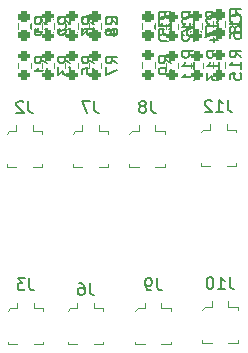
<source format=gbr>
%TF.GenerationSoftware,KiCad,Pcbnew,8.0.4-8.0.4-0~ubuntu22.04.1*%
%TF.CreationDate,2024-08-22T22:04:31-07:00*%
%TF.ProjectId,siglent-la,7369676c-656e-4742-9d6c-612e6b696361,rev?*%
%TF.SameCoordinates,Original*%
%TF.FileFunction,Legend,Bot*%
%TF.FilePolarity,Positive*%
%FSLAX46Y46*%
G04 Gerber Fmt 4.6, Leading zero omitted, Abs format (unit mm)*
G04 Created by KiCad (PCBNEW 8.0.4-8.0.4-0~ubuntu22.04.1) date 2024-08-22 22:04:31*
%MOMM*%
%LPD*%
G01*
G04 APERTURE LIST*
G04 Aperture macros list*
%AMRoundRect*
0 Rectangle with rounded corners*
0 $1 Rounding radius*
0 $2 $3 $4 $5 $6 $7 $8 $9 X,Y pos of 4 corners*
0 Add a 4 corners polygon primitive as box body*
4,1,4,$2,$3,$4,$5,$6,$7,$8,$9,$2,$3,0*
0 Add four circle primitives for the rounded corners*
1,1,$1+$1,$2,$3*
1,1,$1+$1,$4,$5*
1,1,$1+$1,$6,$7*
1,1,$1+$1,$8,$9*
0 Add four rect primitives between the rounded corners*
20,1,$1+$1,$2,$3,$4,$5,0*
20,1,$1+$1,$4,$5,$6,$7,0*
20,1,$1+$1,$6,$7,$8,$9,0*
20,1,$1+$1,$8,$9,$2,$3,0*%
G04 Aperture macros list end*
%ADD10C,0.150000*%
%ADD11C,0.120000*%
%ADD12R,1.000000X1.000000*%
%ADD13R,1.050000X2.200000*%
%ADD14R,0.700000X4.300000*%
%ADD15R,0.700000X3.200000*%
%ADD16RoundRect,0.200000X0.275000X-0.200000X0.275000X0.200000X-0.275000X0.200000X-0.275000X-0.200000X0*%
%ADD17RoundRect,0.225000X0.250000X-0.225000X0.250000X0.225000X-0.250000X0.225000X-0.250000X-0.225000X0*%
G04 APERTURE END LIST*
D10*
X119734523Y-81754819D02*
X119734523Y-82469104D01*
X119734523Y-82469104D02*
X119782142Y-82611961D01*
X119782142Y-82611961D02*
X119877380Y-82707200D01*
X119877380Y-82707200D02*
X120020237Y-82754819D01*
X120020237Y-82754819D02*
X120115475Y-82754819D01*
X118734523Y-82754819D02*
X119305951Y-82754819D01*
X119020237Y-82754819D02*
X119020237Y-81754819D01*
X119020237Y-81754819D02*
X119115475Y-81897676D01*
X119115475Y-81897676D02*
X119210713Y-81992914D01*
X119210713Y-81992914D02*
X119305951Y-82040533D01*
X118353570Y-81850057D02*
X118305951Y-81802438D01*
X118305951Y-81802438D02*
X118210713Y-81754819D01*
X118210713Y-81754819D02*
X117972618Y-81754819D01*
X117972618Y-81754819D02*
X117877380Y-81802438D01*
X117877380Y-81802438D02*
X117829761Y-81850057D01*
X117829761Y-81850057D02*
X117782142Y-81945295D01*
X117782142Y-81945295D02*
X117782142Y-82040533D01*
X117782142Y-82040533D02*
X117829761Y-82183390D01*
X117829761Y-82183390D02*
X118401189Y-82754819D01*
X118401189Y-82754819D02*
X117782142Y-82754819D01*
X119884523Y-96754819D02*
X119884523Y-97469104D01*
X119884523Y-97469104D02*
X119932142Y-97611961D01*
X119932142Y-97611961D02*
X120027380Y-97707200D01*
X120027380Y-97707200D02*
X120170237Y-97754819D01*
X120170237Y-97754819D02*
X120265475Y-97754819D01*
X118884523Y-97754819D02*
X119455951Y-97754819D01*
X119170237Y-97754819D02*
X119170237Y-96754819D01*
X119170237Y-96754819D02*
X119265475Y-96897676D01*
X119265475Y-96897676D02*
X119360713Y-96992914D01*
X119360713Y-96992914D02*
X119455951Y-97040533D01*
X118265475Y-96754819D02*
X118170237Y-96754819D01*
X118170237Y-96754819D02*
X118074999Y-96802438D01*
X118074999Y-96802438D02*
X118027380Y-96850057D01*
X118027380Y-96850057D02*
X117979761Y-96945295D01*
X117979761Y-96945295D02*
X117932142Y-97135771D01*
X117932142Y-97135771D02*
X117932142Y-97373866D01*
X117932142Y-97373866D02*
X117979761Y-97564342D01*
X117979761Y-97564342D02*
X118027380Y-97659580D01*
X118027380Y-97659580D02*
X118074999Y-97707200D01*
X118074999Y-97707200D02*
X118170237Y-97754819D01*
X118170237Y-97754819D02*
X118265475Y-97754819D01*
X118265475Y-97754819D02*
X118360713Y-97707200D01*
X118360713Y-97707200D02*
X118408332Y-97659580D01*
X118408332Y-97659580D02*
X118455951Y-97564342D01*
X118455951Y-97564342D02*
X118503570Y-97373866D01*
X118503570Y-97373866D02*
X118503570Y-97135771D01*
X118503570Y-97135771D02*
X118455951Y-96945295D01*
X118455951Y-96945295D02*
X118408332Y-96850057D01*
X118408332Y-96850057D02*
X118360713Y-96802438D01*
X118360713Y-96802438D02*
X118265475Y-96754819D01*
X113733333Y-96854819D02*
X113733333Y-97569104D01*
X113733333Y-97569104D02*
X113780952Y-97711961D01*
X113780952Y-97711961D02*
X113876190Y-97807200D01*
X113876190Y-97807200D02*
X114019047Y-97854819D01*
X114019047Y-97854819D02*
X114114285Y-97854819D01*
X113209523Y-97854819D02*
X113019047Y-97854819D01*
X113019047Y-97854819D02*
X112923809Y-97807200D01*
X112923809Y-97807200D02*
X112876190Y-97759580D01*
X112876190Y-97759580D02*
X112780952Y-97616723D01*
X112780952Y-97616723D02*
X112733333Y-97426247D01*
X112733333Y-97426247D02*
X112733333Y-97045295D01*
X112733333Y-97045295D02*
X112780952Y-96950057D01*
X112780952Y-96950057D02*
X112828571Y-96902438D01*
X112828571Y-96902438D02*
X112923809Y-96854819D01*
X112923809Y-96854819D02*
X113114285Y-96854819D01*
X113114285Y-96854819D02*
X113209523Y-96902438D01*
X113209523Y-96902438D02*
X113257142Y-96950057D01*
X113257142Y-96950057D02*
X113304761Y-97045295D01*
X113304761Y-97045295D02*
X113304761Y-97283390D01*
X113304761Y-97283390D02*
X113257142Y-97378628D01*
X113257142Y-97378628D02*
X113209523Y-97426247D01*
X113209523Y-97426247D02*
X113114285Y-97473866D01*
X113114285Y-97473866D02*
X112923809Y-97473866D01*
X112923809Y-97473866D02*
X112828571Y-97426247D01*
X112828571Y-97426247D02*
X112780952Y-97378628D01*
X112780952Y-97378628D02*
X112733333Y-97283390D01*
X113233333Y-81854819D02*
X113233333Y-82569104D01*
X113233333Y-82569104D02*
X113280952Y-82711961D01*
X113280952Y-82711961D02*
X113376190Y-82807200D01*
X113376190Y-82807200D02*
X113519047Y-82854819D01*
X113519047Y-82854819D02*
X113614285Y-82854819D01*
X112614285Y-82283390D02*
X112709523Y-82235771D01*
X112709523Y-82235771D02*
X112757142Y-82188152D01*
X112757142Y-82188152D02*
X112804761Y-82092914D01*
X112804761Y-82092914D02*
X112804761Y-82045295D01*
X112804761Y-82045295D02*
X112757142Y-81950057D01*
X112757142Y-81950057D02*
X112709523Y-81902438D01*
X112709523Y-81902438D02*
X112614285Y-81854819D01*
X112614285Y-81854819D02*
X112423809Y-81854819D01*
X112423809Y-81854819D02*
X112328571Y-81902438D01*
X112328571Y-81902438D02*
X112280952Y-81950057D01*
X112280952Y-81950057D02*
X112233333Y-82045295D01*
X112233333Y-82045295D02*
X112233333Y-82092914D01*
X112233333Y-82092914D02*
X112280952Y-82188152D01*
X112280952Y-82188152D02*
X112328571Y-82235771D01*
X112328571Y-82235771D02*
X112423809Y-82283390D01*
X112423809Y-82283390D02*
X112614285Y-82283390D01*
X112614285Y-82283390D02*
X112709523Y-82331009D01*
X112709523Y-82331009D02*
X112757142Y-82378628D01*
X112757142Y-82378628D02*
X112804761Y-82473866D01*
X112804761Y-82473866D02*
X112804761Y-82664342D01*
X112804761Y-82664342D02*
X112757142Y-82759580D01*
X112757142Y-82759580D02*
X112709523Y-82807200D01*
X112709523Y-82807200D02*
X112614285Y-82854819D01*
X112614285Y-82854819D02*
X112423809Y-82854819D01*
X112423809Y-82854819D02*
X112328571Y-82807200D01*
X112328571Y-82807200D02*
X112280952Y-82759580D01*
X112280952Y-82759580D02*
X112233333Y-82664342D01*
X112233333Y-82664342D02*
X112233333Y-82473866D01*
X112233333Y-82473866D02*
X112280952Y-82378628D01*
X112280952Y-82378628D02*
X112328571Y-82331009D01*
X112328571Y-82331009D02*
X112423809Y-82283390D01*
X108433333Y-81854819D02*
X108433333Y-82569104D01*
X108433333Y-82569104D02*
X108480952Y-82711961D01*
X108480952Y-82711961D02*
X108576190Y-82807200D01*
X108576190Y-82807200D02*
X108719047Y-82854819D01*
X108719047Y-82854819D02*
X108814285Y-82854819D01*
X108052380Y-81854819D02*
X107385714Y-81854819D01*
X107385714Y-81854819D02*
X107814285Y-82854819D01*
X108033333Y-97254819D02*
X108033333Y-97969104D01*
X108033333Y-97969104D02*
X108080952Y-98111961D01*
X108080952Y-98111961D02*
X108176190Y-98207200D01*
X108176190Y-98207200D02*
X108319047Y-98254819D01*
X108319047Y-98254819D02*
X108414285Y-98254819D01*
X107128571Y-97254819D02*
X107319047Y-97254819D01*
X107319047Y-97254819D02*
X107414285Y-97302438D01*
X107414285Y-97302438D02*
X107461904Y-97350057D01*
X107461904Y-97350057D02*
X107557142Y-97492914D01*
X107557142Y-97492914D02*
X107604761Y-97683390D01*
X107604761Y-97683390D02*
X107604761Y-98064342D01*
X107604761Y-98064342D02*
X107557142Y-98159580D01*
X107557142Y-98159580D02*
X107509523Y-98207200D01*
X107509523Y-98207200D02*
X107414285Y-98254819D01*
X107414285Y-98254819D02*
X107223809Y-98254819D01*
X107223809Y-98254819D02*
X107128571Y-98207200D01*
X107128571Y-98207200D02*
X107080952Y-98159580D01*
X107080952Y-98159580D02*
X107033333Y-98064342D01*
X107033333Y-98064342D02*
X107033333Y-97826247D01*
X107033333Y-97826247D02*
X107080952Y-97731009D01*
X107080952Y-97731009D02*
X107128571Y-97683390D01*
X107128571Y-97683390D02*
X107223809Y-97635771D01*
X107223809Y-97635771D02*
X107414285Y-97635771D01*
X107414285Y-97635771D02*
X107509523Y-97683390D01*
X107509523Y-97683390D02*
X107557142Y-97731009D01*
X107557142Y-97731009D02*
X107604761Y-97826247D01*
X102933333Y-96854819D02*
X102933333Y-97569104D01*
X102933333Y-97569104D02*
X102980952Y-97711961D01*
X102980952Y-97711961D02*
X103076190Y-97807200D01*
X103076190Y-97807200D02*
X103219047Y-97854819D01*
X103219047Y-97854819D02*
X103314285Y-97854819D01*
X102552380Y-96854819D02*
X101933333Y-96854819D01*
X101933333Y-96854819D02*
X102266666Y-97235771D01*
X102266666Y-97235771D02*
X102123809Y-97235771D01*
X102123809Y-97235771D02*
X102028571Y-97283390D01*
X102028571Y-97283390D02*
X101980952Y-97331009D01*
X101980952Y-97331009D02*
X101933333Y-97426247D01*
X101933333Y-97426247D02*
X101933333Y-97664342D01*
X101933333Y-97664342D02*
X101980952Y-97759580D01*
X101980952Y-97759580D02*
X102028571Y-97807200D01*
X102028571Y-97807200D02*
X102123809Y-97854819D01*
X102123809Y-97854819D02*
X102409523Y-97854819D01*
X102409523Y-97854819D02*
X102504761Y-97807200D01*
X102504761Y-97807200D02*
X102552380Y-97759580D01*
X102833333Y-81854819D02*
X102833333Y-82569104D01*
X102833333Y-82569104D02*
X102880952Y-82711961D01*
X102880952Y-82711961D02*
X102976190Y-82807200D01*
X102976190Y-82807200D02*
X103119047Y-82854819D01*
X103119047Y-82854819D02*
X103214285Y-82854819D01*
X102404761Y-81950057D02*
X102357142Y-81902438D01*
X102357142Y-81902438D02*
X102261904Y-81854819D01*
X102261904Y-81854819D02*
X102023809Y-81854819D01*
X102023809Y-81854819D02*
X101928571Y-81902438D01*
X101928571Y-81902438D02*
X101880952Y-81950057D01*
X101880952Y-81950057D02*
X101833333Y-82045295D01*
X101833333Y-82045295D02*
X101833333Y-82140533D01*
X101833333Y-82140533D02*
X101880952Y-82283390D01*
X101880952Y-82283390D02*
X102452380Y-82854819D01*
X102452380Y-82854819D02*
X101833333Y-82854819D01*
X120884819Y-74657142D02*
X120408628Y-74323809D01*
X120884819Y-74085714D02*
X119884819Y-74085714D01*
X119884819Y-74085714D02*
X119884819Y-74466666D01*
X119884819Y-74466666D02*
X119932438Y-74561904D01*
X119932438Y-74561904D02*
X119980057Y-74609523D01*
X119980057Y-74609523D02*
X120075295Y-74657142D01*
X120075295Y-74657142D02*
X120218152Y-74657142D01*
X120218152Y-74657142D02*
X120313390Y-74609523D01*
X120313390Y-74609523D02*
X120361009Y-74561904D01*
X120361009Y-74561904D02*
X120408628Y-74466666D01*
X120408628Y-74466666D02*
X120408628Y-74085714D01*
X120884819Y-75609523D02*
X120884819Y-75038095D01*
X120884819Y-75323809D02*
X119884819Y-75323809D01*
X119884819Y-75323809D02*
X120027676Y-75228571D01*
X120027676Y-75228571D02*
X120122914Y-75133333D01*
X120122914Y-75133333D02*
X120170533Y-75038095D01*
X119884819Y-76466666D02*
X119884819Y-76276190D01*
X119884819Y-76276190D02*
X119932438Y-76180952D01*
X119932438Y-76180952D02*
X119980057Y-76133333D01*
X119980057Y-76133333D02*
X120122914Y-76038095D01*
X120122914Y-76038095D02*
X120313390Y-75990476D01*
X120313390Y-75990476D02*
X120694342Y-75990476D01*
X120694342Y-75990476D02*
X120789580Y-76038095D01*
X120789580Y-76038095D02*
X120837200Y-76085714D01*
X120837200Y-76085714D02*
X120884819Y-76180952D01*
X120884819Y-76180952D02*
X120884819Y-76371428D01*
X120884819Y-76371428D02*
X120837200Y-76466666D01*
X120837200Y-76466666D02*
X120789580Y-76514285D01*
X120789580Y-76514285D02*
X120694342Y-76561904D01*
X120694342Y-76561904D02*
X120456247Y-76561904D01*
X120456247Y-76561904D02*
X120361009Y-76514285D01*
X120361009Y-76514285D02*
X120313390Y-76466666D01*
X120313390Y-76466666D02*
X120265771Y-76371428D01*
X120265771Y-76371428D02*
X120265771Y-76180952D01*
X120265771Y-76180952D02*
X120313390Y-76085714D01*
X120313390Y-76085714D02*
X120361009Y-76038095D01*
X120361009Y-76038095D02*
X120456247Y-75990476D01*
X114884819Y-74857142D02*
X114408628Y-74523809D01*
X114884819Y-74285714D02*
X113884819Y-74285714D01*
X113884819Y-74285714D02*
X113884819Y-74666666D01*
X113884819Y-74666666D02*
X113932438Y-74761904D01*
X113932438Y-74761904D02*
X113980057Y-74809523D01*
X113980057Y-74809523D02*
X114075295Y-74857142D01*
X114075295Y-74857142D02*
X114218152Y-74857142D01*
X114218152Y-74857142D02*
X114313390Y-74809523D01*
X114313390Y-74809523D02*
X114361009Y-74761904D01*
X114361009Y-74761904D02*
X114408628Y-74666666D01*
X114408628Y-74666666D02*
X114408628Y-74285714D01*
X114884819Y-75809523D02*
X114884819Y-75238095D01*
X114884819Y-75523809D02*
X113884819Y-75523809D01*
X113884819Y-75523809D02*
X114027676Y-75428571D01*
X114027676Y-75428571D02*
X114122914Y-75333333D01*
X114122914Y-75333333D02*
X114170533Y-75238095D01*
X113884819Y-76428571D02*
X113884819Y-76523809D01*
X113884819Y-76523809D02*
X113932438Y-76619047D01*
X113932438Y-76619047D02*
X113980057Y-76666666D01*
X113980057Y-76666666D02*
X114075295Y-76714285D01*
X114075295Y-76714285D02*
X114265771Y-76761904D01*
X114265771Y-76761904D02*
X114503866Y-76761904D01*
X114503866Y-76761904D02*
X114694342Y-76714285D01*
X114694342Y-76714285D02*
X114789580Y-76666666D01*
X114789580Y-76666666D02*
X114837200Y-76619047D01*
X114837200Y-76619047D02*
X114884819Y-76523809D01*
X114884819Y-76523809D02*
X114884819Y-76428571D01*
X114884819Y-76428571D02*
X114837200Y-76333333D01*
X114837200Y-76333333D02*
X114789580Y-76285714D01*
X114789580Y-76285714D02*
X114694342Y-76238095D01*
X114694342Y-76238095D02*
X114503866Y-76190476D01*
X114503866Y-76190476D02*
X114265771Y-76190476D01*
X114265771Y-76190476D02*
X114075295Y-76238095D01*
X114075295Y-76238095D02*
X113980057Y-76285714D01*
X113980057Y-76285714D02*
X113932438Y-76333333D01*
X113932438Y-76333333D02*
X113884819Y-76428571D01*
X106289580Y-75333333D02*
X106337200Y-75285714D01*
X106337200Y-75285714D02*
X106384819Y-75142857D01*
X106384819Y-75142857D02*
X106384819Y-75047619D01*
X106384819Y-75047619D02*
X106337200Y-74904762D01*
X106337200Y-74904762D02*
X106241961Y-74809524D01*
X106241961Y-74809524D02*
X106146723Y-74761905D01*
X106146723Y-74761905D02*
X105956247Y-74714286D01*
X105956247Y-74714286D02*
X105813390Y-74714286D01*
X105813390Y-74714286D02*
X105622914Y-74761905D01*
X105622914Y-74761905D02*
X105527676Y-74809524D01*
X105527676Y-74809524D02*
X105432438Y-74904762D01*
X105432438Y-74904762D02*
X105384819Y-75047619D01*
X105384819Y-75047619D02*
X105384819Y-75142857D01*
X105384819Y-75142857D02*
X105432438Y-75285714D01*
X105432438Y-75285714D02*
X105480057Y-75333333D01*
X105480057Y-75714286D02*
X105432438Y-75761905D01*
X105432438Y-75761905D02*
X105384819Y-75857143D01*
X105384819Y-75857143D02*
X105384819Y-76095238D01*
X105384819Y-76095238D02*
X105432438Y-76190476D01*
X105432438Y-76190476D02*
X105480057Y-76238095D01*
X105480057Y-76238095D02*
X105575295Y-76285714D01*
X105575295Y-76285714D02*
X105670533Y-76285714D01*
X105670533Y-76285714D02*
X105813390Y-76238095D01*
X105813390Y-76238095D02*
X106384819Y-75666667D01*
X106384819Y-75666667D02*
X106384819Y-76285714D01*
X120789580Y-75133333D02*
X120837200Y-75085714D01*
X120837200Y-75085714D02*
X120884819Y-74942857D01*
X120884819Y-74942857D02*
X120884819Y-74847619D01*
X120884819Y-74847619D02*
X120837200Y-74704762D01*
X120837200Y-74704762D02*
X120741961Y-74609524D01*
X120741961Y-74609524D02*
X120646723Y-74561905D01*
X120646723Y-74561905D02*
X120456247Y-74514286D01*
X120456247Y-74514286D02*
X120313390Y-74514286D01*
X120313390Y-74514286D02*
X120122914Y-74561905D01*
X120122914Y-74561905D02*
X120027676Y-74609524D01*
X120027676Y-74609524D02*
X119932438Y-74704762D01*
X119932438Y-74704762D02*
X119884819Y-74847619D01*
X119884819Y-74847619D02*
X119884819Y-74942857D01*
X119884819Y-74942857D02*
X119932438Y-75085714D01*
X119932438Y-75085714D02*
X119980057Y-75133333D01*
X120313390Y-75704762D02*
X120265771Y-75609524D01*
X120265771Y-75609524D02*
X120218152Y-75561905D01*
X120218152Y-75561905D02*
X120122914Y-75514286D01*
X120122914Y-75514286D02*
X120075295Y-75514286D01*
X120075295Y-75514286D02*
X119980057Y-75561905D01*
X119980057Y-75561905D02*
X119932438Y-75609524D01*
X119932438Y-75609524D02*
X119884819Y-75704762D01*
X119884819Y-75704762D02*
X119884819Y-75895238D01*
X119884819Y-75895238D02*
X119932438Y-75990476D01*
X119932438Y-75990476D02*
X119980057Y-76038095D01*
X119980057Y-76038095D02*
X120075295Y-76085714D01*
X120075295Y-76085714D02*
X120122914Y-76085714D01*
X120122914Y-76085714D02*
X120218152Y-76038095D01*
X120218152Y-76038095D02*
X120265771Y-75990476D01*
X120265771Y-75990476D02*
X120313390Y-75895238D01*
X120313390Y-75895238D02*
X120313390Y-75704762D01*
X120313390Y-75704762D02*
X120361009Y-75609524D01*
X120361009Y-75609524D02*
X120408628Y-75561905D01*
X120408628Y-75561905D02*
X120503866Y-75514286D01*
X120503866Y-75514286D02*
X120694342Y-75514286D01*
X120694342Y-75514286D02*
X120789580Y-75561905D01*
X120789580Y-75561905D02*
X120837200Y-75609524D01*
X120837200Y-75609524D02*
X120884819Y-75704762D01*
X120884819Y-75704762D02*
X120884819Y-75895238D01*
X120884819Y-75895238D02*
X120837200Y-75990476D01*
X120837200Y-75990476D02*
X120789580Y-76038095D01*
X120789580Y-76038095D02*
X120694342Y-76085714D01*
X120694342Y-76085714D02*
X120503866Y-76085714D01*
X120503866Y-76085714D02*
X120408628Y-76038095D01*
X120408628Y-76038095D02*
X120361009Y-75990476D01*
X120361009Y-75990476D02*
X120313390Y-75895238D01*
X110384819Y-78658333D02*
X109908628Y-78325000D01*
X110384819Y-78086905D02*
X109384819Y-78086905D01*
X109384819Y-78086905D02*
X109384819Y-78467857D01*
X109384819Y-78467857D02*
X109432438Y-78563095D01*
X109432438Y-78563095D02*
X109480057Y-78610714D01*
X109480057Y-78610714D02*
X109575295Y-78658333D01*
X109575295Y-78658333D02*
X109718152Y-78658333D01*
X109718152Y-78658333D02*
X109813390Y-78610714D01*
X109813390Y-78610714D02*
X109861009Y-78563095D01*
X109861009Y-78563095D02*
X109908628Y-78467857D01*
X109908628Y-78467857D02*
X109908628Y-78086905D01*
X109384819Y-78991667D02*
X109384819Y-79658333D01*
X109384819Y-79658333D02*
X110384819Y-79229762D01*
X114789580Y-75333333D02*
X114837200Y-75285714D01*
X114837200Y-75285714D02*
X114884819Y-75142857D01*
X114884819Y-75142857D02*
X114884819Y-75047619D01*
X114884819Y-75047619D02*
X114837200Y-74904762D01*
X114837200Y-74904762D02*
X114741961Y-74809524D01*
X114741961Y-74809524D02*
X114646723Y-74761905D01*
X114646723Y-74761905D02*
X114456247Y-74714286D01*
X114456247Y-74714286D02*
X114313390Y-74714286D01*
X114313390Y-74714286D02*
X114122914Y-74761905D01*
X114122914Y-74761905D02*
X114027676Y-74809524D01*
X114027676Y-74809524D02*
X113932438Y-74904762D01*
X113932438Y-74904762D02*
X113884819Y-75047619D01*
X113884819Y-75047619D02*
X113884819Y-75142857D01*
X113884819Y-75142857D02*
X113932438Y-75285714D01*
X113932438Y-75285714D02*
X113980057Y-75333333D01*
X113884819Y-76238095D02*
X113884819Y-75761905D01*
X113884819Y-75761905D02*
X114361009Y-75714286D01*
X114361009Y-75714286D02*
X114313390Y-75761905D01*
X114313390Y-75761905D02*
X114265771Y-75857143D01*
X114265771Y-75857143D02*
X114265771Y-76095238D01*
X114265771Y-76095238D02*
X114313390Y-76190476D01*
X114313390Y-76190476D02*
X114361009Y-76238095D01*
X114361009Y-76238095D02*
X114456247Y-76285714D01*
X114456247Y-76285714D02*
X114694342Y-76285714D01*
X114694342Y-76285714D02*
X114789580Y-76238095D01*
X114789580Y-76238095D02*
X114837200Y-76190476D01*
X114837200Y-76190476D02*
X114884819Y-76095238D01*
X114884819Y-76095238D02*
X114884819Y-75857143D01*
X114884819Y-75857143D02*
X114837200Y-75761905D01*
X114837200Y-75761905D02*
X114789580Y-75714286D01*
X120884819Y-78132142D02*
X120408628Y-77798809D01*
X120884819Y-77560714D02*
X119884819Y-77560714D01*
X119884819Y-77560714D02*
X119884819Y-77941666D01*
X119884819Y-77941666D02*
X119932438Y-78036904D01*
X119932438Y-78036904D02*
X119980057Y-78084523D01*
X119980057Y-78084523D02*
X120075295Y-78132142D01*
X120075295Y-78132142D02*
X120218152Y-78132142D01*
X120218152Y-78132142D02*
X120313390Y-78084523D01*
X120313390Y-78084523D02*
X120361009Y-78036904D01*
X120361009Y-78036904D02*
X120408628Y-77941666D01*
X120408628Y-77941666D02*
X120408628Y-77560714D01*
X120884819Y-79084523D02*
X120884819Y-78513095D01*
X120884819Y-78798809D02*
X119884819Y-78798809D01*
X119884819Y-78798809D02*
X120027676Y-78703571D01*
X120027676Y-78703571D02*
X120122914Y-78608333D01*
X120122914Y-78608333D02*
X120170533Y-78513095D01*
X119884819Y-79989285D02*
X119884819Y-79513095D01*
X119884819Y-79513095D02*
X120361009Y-79465476D01*
X120361009Y-79465476D02*
X120313390Y-79513095D01*
X120313390Y-79513095D02*
X120265771Y-79608333D01*
X120265771Y-79608333D02*
X120265771Y-79846428D01*
X120265771Y-79846428D02*
X120313390Y-79941666D01*
X120313390Y-79941666D02*
X120361009Y-79989285D01*
X120361009Y-79989285D02*
X120456247Y-80036904D01*
X120456247Y-80036904D02*
X120694342Y-80036904D01*
X120694342Y-80036904D02*
X120789580Y-79989285D01*
X120789580Y-79989285D02*
X120837200Y-79941666D01*
X120837200Y-79941666D02*
X120884819Y-79846428D01*
X120884819Y-79846428D02*
X120884819Y-79608333D01*
X120884819Y-79608333D02*
X120837200Y-79513095D01*
X120837200Y-79513095D02*
X120789580Y-79465476D01*
X108289580Y-75283333D02*
X108337200Y-75235714D01*
X108337200Y-75235714D02*
X108384819Y-75092857D01*
X108384819Y-75092857D02*
X108384819Y-74997619D01*
X108384819Y-74997619D02*
X108337200Y-74854762D01*
X108337200Y-74854762D02*
X108241961Y-74759524D01*
X108241961Y-74759524D02*
X108146723Y-74711905D01*
X108146723Y-74711905D02*
X107956247Y-74664286D01*
X107956247Y-74664286D02*
X107813390Y-74664286D01*
X107813390Y-74664286D02*
X107622914Y-74711905D01*
X107622914Y-74711905D02*
X107527676Y-74759524D01*
X107527676Y-74759524D02*
X107432438Y-74854762D01*
X107432438Y-74854762D02*
X107384819Y-74997619D01*
X107384819Y-74997619D02*
X107384819Y-75092857D01*
X107384819Y-75092857D02*
X107432438Y-75235714D01*
X107432438Y-75235714D02*
X107480057Y-75283333D01*
X107384819Y-75616667D02*
X107384819Y-76235714D01*
X107384819Y-76235714D02*
X107765771Y-75902381D01*
X107765771Y-75902381D02*
X107765771Y-76045238D01*
X107765771Y-76045238D02*
X107813390Y-76140476D01*
X107813390Y-76140476D02*
X107861009Y-76188095D01*
X107861009Y-76188095D02*
X107956247Y-76235714D01*
X107956247Y-76235714D02*
X108194342Y-76235714D01*
X108194342Y-76235714D02*
X108289580Y-76188095D01*
X108289580Y-76188095D02*
X108337200Y-76140476D01*
X108337200Y-76140476D02*
X108384819Y-76045238D01*
X108384819Y-76045238D02*
X108384819Y-75759524D01*
X108384819Y-75759524D02*
X108337200Y-75664286D01*
X108337200Y-75664286D02*
X108289580Y-75616667D01*
X118984819Y-78182142D02*
X118508628Y-77848809D01*
X118984819Y-77610714D02*
X117984819Y-77610714D01*
X117984819Y-77610714D02*
X117984819Y-77991666D01*
X117984819Y-77991666D02*
X118032438Y-78086904D01*
X118032438Y-78086904D02*
X118080057Y-78134523D01*
X118080057Y-78134523D02*
X118175295Y-78182142D01*
X118175295Y-78182142D02*
X118318152Y-78182142D01*
X118318152Y-78182142D02*
X118413390Y-78134523D01*
X118413390Y-78134523D02*
X118461009Y-78086904D01*
X118461009Y-78086904D02*
X118508628Y-77991666D01*
X118508628Y-77991666D02*
X118508628Y-77610714D01*
X118984819Y-79134523D02*
X118984819Y-78563095D01*
X118984819Y-78848809D02*
X117984819Y-78848809D01*
X117984819Y-78848809D02*
X118127676Y-78753571D01*
X118127676Y-78753571D02*
X118222914Y-78658333D01*
X118222914Y-78658333D02*
X118270533Y-78563095D01*
X117984819Y-79467857D02*
X117984819Y-80086904D01*
X117984819Y-80086904D02*
X118365771Y-79753571D01*
X118365771Y-79753571D02*
X118365771Y-79896428D01*
X118365771Y-79896428D02*
X118413390Y-79991666D01*
X118413390Y-79991666D02*
X118461009Y-80039285D01*
X118461009Y-80039285D02*
X118556247Y-80086904D01*
X118556247Y-80086904D02*
X118794342Y-80086904D01*
X118794342Y-80086904D02*
X118889580Y-80039285D01*
X118889580Y-80039285D02*
X118937200Y-79991666D01*
X118937200Y-79991666D02*
X118984819Y-79896428D01*
X118984819Y-79896428D02*
X118984819Y-79610714D01*
X118984819Y-79610714D02*
X118937200Y-79515476D01*
X118937200Y-79515476D02*
X118889580Y-79467857D01*
X116789580Y-75358333D02*
X116837200Y-75310714D01*
X116837200Y-75310714D02*
X116884819Y-75167857D01*
X116884819Y-75167857D02*
X116884819Y-75072619D01*
X116884819Y-75072619D02*
X116837200Y-74929762D01*
X116837200Y-74929762D02*
X116741961Y-74834524D01*
X116741961Y-74834524D02*
X116646723Y-74786905D01*
X116646723Y-74786905D02*
X116456247Y-74739286D01*
X116456247Y-74739286D02*
X116313390Y-74739286D01*
X116313390Y-74739286D02*
X116122914Y-74786905D01*
X116122914Y-74786905D02*
X116027676Y-74834524D01*
X116027676Y-74834524D02*
X115932438Y-74929762D01*
X115932438Y-74929762D02*
X115884819Y-75072619D01*
X115884819Y-75072619D02*
X115884819Y-75167857D01*
X115884819Y-75167857D02*
X115932438Y-75310714D01*
X115932438Y-75310714D02*
X115980057Y-75358333D01*
X115884819Y-76215476D02*
X115884819Y-76025000D01*
X115884819Y-76025000D02*
X115932438Y-75929762D01*
X115932438Y-75929762D02*
X115980057Y-75882143D01*
X115980057Y-75882143D02*
X116122914Y-75786905D01*
X116122914Y-75786905D02*
X116313390Y-75739286D01*
X116313390Y-75739286D02*
X116694342Y-75739286D01*
X116694342Y-75739286D02*
X116789580Y-75786905D01*
X116789580Y-75786905D02*
X116837200Y-75834524D01*
X116837200Y-75834524D02*
X116884819Y-75929762D01*
X116884819Y-75929762D02*
X116884819Y-76120238D01*
X116884819Y-76120238D02*
X116837200Y-76215476D01*
X116837200Y-76215476D02*
X116789580Y-76263095D01*
X116789580Y-76263095D02*
X116694342Y-76310714D01*
X116694342Y-76310714D02*
X116456247Y-76310714D01*
X116456247Y-76310714D02*
X116361009Y-76263095D01*
X116361009Y-76263095D02*
X116313390Y-76215476D01*
X116313390Y-76215476D02*
X116265771Y-76120238D01*
X116265771Y-76120238D02*
X116265771Y-75929762D01*
X116265771Y-75929762D02*
X116313390Y-75834524D01*
X116313390Y-75834524D02*
X116361009Y-75786905D01*
X116361009Y-75786905D02*
X116456247Y-75739286D01*
X110384819Y-75333333D02*
X109908628Y-75000000D01*
X110384819Y-74761905D02*
X109384819Y-74761905D01*
X109384819Y-74761905D02*
X109384819Y-75142857D01*
X109384819Y-75142857D02*
X109432438Y-75238095D01*
X109432438Y-75238095D02*
X109480057Y-75285714D01*
X109480057Y-75285714D02*
X109575295Y-75333333D01*
X109575295Y-75333333D02*
X109718152Y-75333333D01*
X109718152Y-75333333D02*
X109813390Y-75285714D01*
X109813390Y-75285714D02*
X109861009Y-75238095D01*
X109861009Y-75238095D02*
X109908628Y-75142857D01*
X109908628Y-75142857D02*
X109908628Y-74761905D01*
X109813390Y-75904762D02*
X109765771Y-75809524D01*
X109765771Y-75809524D02*
X109718152Y-75761905D01*
X109718152Y-75761905D02*
X109622914Y-75714286D01*
X109622914Y-75714286D02*
X109575295Y-75714286D01*
X109575295Y-75714286D02*
X109480057Y-75761905D01*
X109480057Y-75761905D02*
X109432438Y-75809524D01*
X109432438Y-75809524D02*
X109384819Y-75904762D01*
X109384819Y-75904762D02*
X109384819Y-76095238D01*
X109384819Y-76095238D02*
X109432438Y-76190476D01*
X109432438Y-76190476D02*
X109480057Y-76238095D01*
X109480057Y-76238095D02*
X109575295Y-76285714D01*
X109575295Y-76285714D02*
X109622914Y-76285714D01*
X109622914Y-76285714D02*
X109718152Y-76238095D01*
X109718152Y-76238095D02*
X109765771Y-76190476D01*
X109765771Y-76190476D02*
X109813390Y-76095238D01*
X109813390Y-76095238D02*
X109813390Y-75904762D01*
X109813390Y-75904762D02*
X109861009Y-75809524D01*
X109861009Y-75809524D02*
X109908628Y-75761905D01*
X109908628Y-75761905D02*
X110003866Y-75714286D01*
X110003866Y-75714286D02*
X110194342Y-75714286D01*
X110194342Y-75714286D02*
X110289580Y-75761905D01*
X110289580Y-75761905D02*
X110337200Y-75809524D01*
X110337200Y-75809524D02*
X110384819Y-75904762D01*
X110384819Y-75904762D02*
X110384819Y-76095238D01*
X110384819Y-76095238D02*
X110337200Y-76190476D01*
X110337200Y-76190476D02*
X110289580Y-76238095D01*
X110289580Y-76238095D02*
X110194342Y-76285714D01*
X110194342Y-76285714D02*
X110003866Y-76285714D01*
X110003866Y-76285714D02*
X109908628Y-76238095D01*
X109908628Y-76238095D02*
X109861009Y-76190476D01*
X109861009Y-76190476D02*
X109813390Y-76095238D01*
X104384819Y-78658333D02*
X103908628Y-78325000D01*
X104384819Y-78086905D02*
X103384819Y-78086905D01*
X103384819Y-78086905D02*
X103384819Y-78467857D01*
X103384819Y-78467857D02*
X103432438Y-78563095D01*
X103432438Y-78563095D02*
X103480057Y-78610714D01*
X103480057Y-78610714D02*
X103575295Y-78658333D01*
X103575295Y-78658333D02*
X103718152Y-78658333D01*
X103718152Y-78658333D02*
X103813390Y-78610714D01*
X103813390Y-78610714D02*
X103861009Y-78563095D01*
X103861009Y-78563095D02*
X103908628Y-78467857D01*
X103908628Y-78467857D02*
X103908628Y-78086905D01*
X104384819Y-79610714D02*
X104384819Y-79039286D01*
X104384819Y-79325000D02*
X103384819Y-79325000D01*
X103384819Y-79325000D02*
X103527676Y-79229762D01*
X103527676Y-79229762D02*
X103622914Y-79134524D01*
X103622914Y-79134524D02*
X103670533Y-79039286D01*
X110289580Y-75333333D02*
X110337200Y-75285714D01*
X110337200Y-75285714D02*
X110384819Y-75142857D01*
X110384819Y-75142857D02*
X110384819Y-75047619D01*
X110384819Y-75047619D02*
X110337200Y-74904762D01*
X110337200Y-74904762D02*
X110241961Y-74809524D01*
X110241961Y-74809524D02*
X110146723Y-74761905D01*
X110146723Y-74761905D02*
X109956247Y-74714286D01*
X109956247Y-74714286D02*
X109813390Y-74714286D01*
X109813390Y-74714286D02*
X109622914Y-74761905D01*
X109622914Y-74761905D02*
X109527676Y-74809524D01*
X109527676Y-74809524D02*
X109432438Y-74904762D01*
X109432438Y-74904762D02*
X109384819Y-75047619D01*
X109384819Y-75047619D02*
X109384819Y-75142857D01*
X109384819Y-75142857D02*
X109432438Y-75285714D01*
X109432438Y-75285714D02*
X109480057Y-75333333D01*
X109718152Y-76190476D02*
X110384819Y-76190476D01*
X109337200Y-75952381D02*
X110051485Y-75714286D01*
X110051485Y-75714286D02*
X110051485Y-76333333D01*
X116884819Y-74882142D02*
X116408628Y-74548809D01*
X116884819Y-74310714D02*
X115884819Y-74310714D01*
X115884819Y-74310714D02*
X115884819Y-74691666D01*
X115884819Y-74691666D02*
X115932438Y-74786904D01*
X115932438Y-74786904D02*
X115980057Y-74834523D01*
X115980057Y-74834523D02*
X116075295Y-74882142D01*
X116075295Y-74882142D02*
X116218152Y-74882142D01*
X116218152Y-74882142D02*
X116313390Y-74834523D01*
X116313390Y-74834523D02*
X116361009Y-74786904D01*
X116361009Y-74786904D02*
X116408628Y-74691666D01*
X116408628Y-74691666D02*
X116408628Y-74310714D01*
X116884819Y-75834523D02*
X116884819Y-75263095D01*
X116884819Y-75548809D02*
X115884819Y-75548809D01*
X115884819Y-75548809D02*
X116027676Y-75453571D01*
X116027676Y-75453571D02*
X116122914Y-75358333D01*
X116122914Y-75358333D02*
X116170533Y-75263095D01*
X115980057Y-76215476D02*
X115932438Y-76263095D01*
X115932438Y-76263095D02*
X115884819Y-76358333D01*
X115884819Y-76358333D02*
X115884819Y-76596428D01*
X115884819Y-76596428D02*
X115932438Y-76691666D01*
X115932438Y-76691666D02*
X115980057Y-76739285D01*
X115980057Y-76739285D02*
X116075295Y-76786904D01*
X116075295Y-76786904D02*
X116170533Y-76786904D01*
X116170533Y-76786904D02*
X116313390Y-76739285D01*
X116313390Y-76739285D02*
X116884819Y-76167857D01*
X116884819Y-76167857D02*
X116884819Y-76786904D01*
X108384819Y-75333333D02*
X107908628Y-75000000D01*
X108384819Y-74761905D02*
X107384819Y-74761905D01*
X107384819Y-74761905D02*
X107384819Y-75142857D01*
X107384819Y-75142857D02*
X107432438Y-75238095D01*
X107432438Y-75238095D02*
X107480057Y-75285714D01*
X107480057Y-75285714D02*
X107575295Y-75333333D01*
X107575295Y-75333333D02*
X107718152Y-75333333D01*
X107718152Y-75333333D02*
X107813390Y-75285714D01*
X107813390Y-75285714D02*
X107861009Y-75238095D01*
X107861009Y-75238095D02*
X107908628Y-75142857D01*
X107908628Y-75142857D02*
X107908628Y-74761905D01*
X107384819Y-76190476D02*
X107384819Y-76000000D01*
X107384819Y-76000000D02*
X107432438Y-75904762D01*
X107432438Y-75904762D02*
X107480057Y-75857143D01*
X107480057Y-75857143D02*
X107622914Y-75761905D01*
X107622914Y-75761905D02*
X107813390Y-75714286D01*
X107813390Y-75714286D02*
X108194342Y-75714286D01*
X108194342Y-75714286D02*
X108289580Y-75761905D01*
X108289580Y-75761905D02*
X108337200Y-75809524D01*
X108337200Y-75809524D02*
X108384819Y-75904762D01*
X108384819Y-75904762D02*
X108384819Y-76095238D01*
X108384819Y-76095238D02*
X108337200Y-76190476D01*
X108337200Y-76190476D02*
X108289580Y-76238095D01*
X108289580Y-76238095D02*
X108194342Y-76285714D01*
X108194342Y-76285714D02*
X107956247Y-76285714D01*
X107956247Y-76285714D02*
X107861009Y-76238095D01*
X107861009Y-76238095D02*
X107813390Y-76190476D01*
X107813390Y-76190476D02*
X107765771Y-76095238D01*
X107765771Y-76095238D02*
X107765771Y-75904762D01*
X107765771Y-75904762D02*
X107813390Y-75809524D01*
X107813390Y-75809524D02*
X107861009Y-75761905D01*
X107861009Y-75761905D02*
X107956247Y-75714286D01*
X114884819Y-78633333D02*
X114408628Y-78300000D01*
X114884819Y-78061905D02*
X113884819Y-78061905D01*
X113884819Y-78061905D02*
X113884819Y-78442857D01*
X113884819Y-78442857D02*
X113932438Y-78538095D01*
X113932438Y-78538095D02*
X113980057Y-78585714D01*
X113980057Y-78585714D02*
X114075295Y-78633333D01*
X114075295Y-78633333D02*
X114218152Y-78633333D01*
X114218152Y-78633333D02*
X114313390Y-78585714D01*
X114313390Y-78585714D02*
X114361009Y-78538095D01*
X114361009Y-78538095D02*
X114408628Y-78442857D01*
X114408628Y-78442857D02*
X114408628Y-78061905D01*
X114884819Y-79109524D02*
X114884819Y-79300000D01*
X114884819Y-79300000D02*
X114837200Y-79395238D01*
X114837200Y-79395238D02*
X114789580Y-79442857D01*
X114789580Y-79442857D02*
X114646723Y-79538095D01*
X114646723Y-79538095D02*
X114456247Y-79585714D01*
X114456247Y-79585714D02*
X114075295Y-79585714D01*
X114075295Y-79585714D02*
X113980057Y-79538095D01*
X113980057Y-79538095D02*
X113932438Y-79490476D01*
X113932438Y-79490476D02*
X113884819Y-79395238D01*
X113884819Y-79395238D02*
X113884819Y-79204762D01*
X113884819Y-79204762D02*
X113932438Y-79109524D01*
X113932438Y-79109524D02*
X113980057Y-79061905D01*
X113980057Y-79061905D02*
X114075295Y-79014286D01*
X114075295Y-79014286D02*
X114313390Y-79014286D01*
X114313390Y-79014286D02*
X114408628Y-79061905D01*
X114408628Y-79061905D02*
X114456247Y-79109524D01*
X114456247Y-79109524D02*
X114503866Y-79204762D01*
X114503866Y-79204762D02*
X114503866Y-79395238D01*
X114503866Y-79395238D02*
X114456247Y-79490476D01*
X114456247Y-79490476D02*
X114408628Y-79538095D01*
X114408628Y-79538095D02*
X114313390Y-79585714D01*
X104384819Y-75333333D02*
X103908628Y-75000000D01*
X104384819Y-74761905D02*
X103384819Y-74761905D01*
X103384819Y-74761905D02*
X103384819Y-75142857D01*
X103384819Y-75142857D02*
X103432438Y-75238095D01*
X103432438Y-75238095D02*
X103480057Y-75285714D01*
X103480057Y-75285714D02*
X103575295Y-75333333D01*
X103575295Y-75333333D02*
X103718152Y-75333333D01*
X103718152Y-75333333D02*
X103813390Y-75285714D01*
X103813390Y-75285714D02*
X103861009Y-75238095D01*
X103861009Y-75238095D02*
X103908628Y-75142857D01*
X103908628Y-75142857D02*
X103908628Y-74761905D01*
X103480057Y-75714286D02*
X103432438Y-75761905D01*
X103432438Y-75761905D02*
X103384819Y-75857143D01*
X103384819Y-75857143D02*
X103384819Y-76095238D01*
X103384819Y-76095238D02*
X103432438Y-76190476D01*
X103432438Y-76190476D02*
X103480057Y-76238095D01*
X103480057Y-76238095D02*
X103575295Y-76285714D01*
X103575295Y-76285714D02*
X103670533Y-76285714D01*
X103670533Y-76285714D02*
X103813390Y-76238095D01*
X103813390Y-76238095D02*
X104384819Y-75666667D01*
X104384819Y-75666667D02*
X104384819Y-76285714D01*
X108384819Y-78658333D02*
X107908628Y-78325000D01*
X108384819Y-78086905D02*
X107384819Y-78086905D01*
X107384819Y-78086905D02*
X107384819Y-78467857D01*
X107384819Y-78467857D02*
X107432438Y-78563095D01*
X107432438Y-78563095D02*
X107480057Y-78610714D01*
X107480057Y-78610714D02*
X107575295Y-78658333D01*
X107575295Y-78658333D02*
X107718152Y-78658333D01*
X107718152Y-78658333D02*
X107813390Y-78610714D01*
X107813390Y-78610714D02*
X107861009Y-78563095D01*
X107861009Y-78563095D02*
X107908628Y-78467857D01*
X107908628Y-78467857D02*
X107908628Y-78086905D01*
X107384819Y-79563095D02*
X107384819Y-79086905D01*
X107384819Y-79086905D02*
X107861009Y-79039286D01*
X107861009Y-79039286D02*
X107813390Y-79086905D01*
X107813390Y-79086905D02*
X107765771Y-79182143D01*
X107765771Y-79182143D02*
X107765771Y-79420238D01*
X107765771Y-79420238D02*
X107813390Y-79515476D01*
X107813390Y-79515476D02*
X107861009Y-79563095D01*
X107861009Y-79563095D02*
X107956247Y-79610714D01*
X107956247Y-79610714D02*
X108194342Y-79610714D01*
X108194342Y-79610714D02*
X108289580Y-79563095D01*
X108289580Y-79563095D02*
X108337200Y-79515476D01*
X108337200Y-79515476D02*
X108384819Y-79420238D01*
X108384819Y-79420238D02*
X108384819Y-79182143D01*
X108384819Y-79182143D02*
X108337200Y-79086905D01*
X108337200Y-79086905D02*
X108289580Y-79039286D01*
X118789580Y-75233333D02*
X118837200Y-75185714D01*
X118837200Y-75185714D02*
X118884819Y-75042857D01*
X118884819Y-75042857D02*
X118884819Y-74947619D01*
X118884819Y-74947619D02*
X118837200Y-74804762D01*
X118837200Y-74804762D02*
X118741961Y-74709524D01*
X118741961Y-74709524D02*
X118646723Y-74661905D01*
X118646723Y-74661905D02*
X118456247Y-74614286D01*
X118456247Y-74614286D02*
X118313390Y-74614286D01*
X118313390Y-74614286D02*
X118122914Y-74661905D01*
X118122914Y-74661905D02*
X118027676Y-74709524D01*
X118027676Y-74709524D02*
X117932438Y-74804762D01*
X117932438Y-74804762D02*
X117884819Y-74947619D01*
X117884819Y-74947619D02*
X117884819Y-75042857D01*
X117884819Y-75042857D02*
X117932438Y-75185714D01*
X117932438Y-75185714D02*
X117980057Y-75233333D01*
X117884819Y-75566667D02*
X117884819Y-76233333D01*
X117884819Y-76233333D02*
X118884819Y-75804762D01*
X118884819Y-74857142D02*
X118408628Y-74523809D01*
X118884819Y-74285714D02*
X117884819Y-74285714D01*
X117884819Y-74285714D02*
X117884819Y-74666666D01*
X117884819Y-74666666D02*
X117932438Y-74761904D01*
X117932438Y-74761904D02*
X117980057Y-74809523D01*
X117980057Y-74809523D02*
X118075295Y-74857142D01*
X118075295Y-74857142D02*
X118218152Y-74857142D01*
X118218152Y-74857142D02*
X118313390Y-74809523D01*
X118313390Y-74809523D02*
X118361009Y-74761904D01*
X118361009Y-74761904D02*
X118408628Y-74666666D01*
X118408628Y-74666666D02*
X118408628Y-74285714D01*
X118884819Y-75809523D02*
X118884819Y-75238095D01*
X118884819Y-75523809D02*
X117884819Y-75523809D01*
X117884819Y-75523809D02*
X118027676Y-75428571D01*
X118027676Y-75428571D02*
X118122914Y-75333333D01*
X118122914Y-75333333D02*
X118170533Y-75238095D01*
X118218152Y-76666666D02*
X118884819Y-76666666D01*
X117837200Y-76428571D02*
X118551485Y-76190476D01*
X118551485Y-76190476D02*
X118551485Y-76809523D01*
X106384819Y-75333333D02*
X105908628Y-75000000D01*
X106384819Y-74761905D02*
X105384819Y-74761905D01*
X105384819Y-74761905D02*
X105384819Y-75142857D01*
X105384819Y-75142857D02*
X105432438Y-75238095D01*
X105432438Y-75238095D02*
X105480057Y-75285714D01*
X105480057Y-75285714D02*
X105575295Y-75333333D01*
X105575295Y-75333333D02*
X105718152Y-75333333D01*
X105718152Y-75333333D02*
X105813390Y-75285714D01*
X105813390Y-75285714D02*
X105861009Y-75238095D01*
X105861009Y-75238095D02*
X105908628Y-75142857D01*
X105908628Y-75142857D02*
X105908628Y-74761905D01*
X105718152Y-76190476D02*
X106384819Y-76190476D01*
X105337200Y-75952381D02*
X106051485Y-75714286D01*
X106051485Y-75714286D02*
X106051485Y-76333333D01*
X116884819Y-78182142D02*
X116408628Y-77848809D01*
X116884819Y-77610714D02*
X115884819Y-77610714D01*
X115884819Y-77610714D02*
X115884819Y-77991666D01*
X115884819Y-77991666D02*
X115932438Y-78086904D01*
X115932438Y-78086904D02*
X115980057Y-78134523D01*
X115980057Y-78134523D02*
X116075295Y-78182142D01*
X116075295Y-78182142D02*
X116218152Y-78182142D01*
X116218152Y-78182142D02*
X116313390Y-78134523D01*
X116313390Y-78134523D02*
X116361009Y-78086904D01*
X116361009Y-78086904D02*
X116408628Y-77991666D01*
X116408628Y-77991666D02*
X116408628Y-77610714D01*
X116884819Y-79134523D02*
X116884819Y-78563095D01*
X116884819Y-78848809D02*
X115884819Y-78848809D01*
X115884819Y-78848809D02*
X116027676Y-78753571D01*
X116027676Y-78753571D02*
X116122914Y-78658333D01*
X116122914Y-78658333D02*
X116170533Y-78563095D01*
X116884819Y-80086904D02*
X116884819Y-79515476D01*
X116884819Y-79801190D02*
X115884819Y-79801190D01*
X115884819Y-79801190D02*
X116027676Y-79705952D01*
X116027676Y-79705952D02*
X116122914Y-79610714D01*
X116122914Y-79610714D02*
X116170533Y-79515476D01*
X106384819Y-78658333D02*
X105908628Y-78325000D01*
X106384819Y-78086905D02*
X105384819Y-78086905D01*
X105384819Y-78086905D02*
X105384819Y-78467857D01*
X105384819Y-78467857D02*
X105432438Y-78563095D01*
X105432438Y-78563095D02*
X105480057Y-78610714D01*
X105480057Y-78610714D02*
X105575295Y-78658333D01*
X105575295Y-78658333D02*
X105718152Y-78658333D01*
X105718152Y-78658333D02*
X105813390Y-78610714D01*
X105813390Y-78610714D02*
X105861009Y-78563095D01*
X105861009Y-78563095D02*
X105908628Y-78467857D01*
X105908628Y-78467857D02*
X105908628Y-78086905D01*
X105384819Y-78991667D02*
X105384819Y-79610714D01*
X105384819Y-79610714D02*
X105765771Y-79277381D01*
X105765771Y-79277381D02*
X105765771Y-79420238D01*
X105765771Y-79420238D02*
X105813390Y-79515476D01*
X105813390Y-79515476D02*
X105861009Y-79563095D01*
X105861009Y-79563095D02*
X105956247Y-79610714D01*
X105956247Y-79610714D02*
X106194342Y-79610714D01*
X106194342Y-79610714D02*
X106289580Y-79563095D01*
X106289580Y-79563095D02*
X106337200Y-79515476D01*
X106337200Y-79515476D02*
X106384819Y-79420238D01*
X106384819Y-79420238D02*
X106384819Y-79134524D01*
X106384819Y-79134524D02*
X106337200Y-79039286D01*
X106337200Y-79039286D02*
X106289580Y-78991667D01*
X104289580Y-75308333D02*
X104337200Y-75260714D01*
X104337200Y-75260714D02*
X104384819Y-75117857D01*
X104384819Y-75117857D02*
X104384819Y-75022619D01*
X104384819Y-75022619D02*
X104337200Y-74879762D01*
X104337200Y-74879762D02*
X104241961Y-74784524D01*
X104241961Y-74784524D02*
X104146723Y-74736905D01*
X104146723Y-74736905D02*
X103956247Y-74689286D01*
X103956247Y-74689286D02*
X103813390Y-74689286D01*
X103813390Y-74689286D02*
X103622914Y-74736905D01*
X103622914Y-74736905D02*
X103527676Y-74784524D01*
X103527676Y-74784524D02*
X103432438Y-74879762D01*
X103432438Y-74879762D02*
X103384819Y-75022619D01*
X103384819Y-75022619D02*
X103384819Y-75117857D01*
X103384819Y-75117857D02*
X103432438Y-75260714D01*
X103432438Y-75260714D02*
X103480057Y-75308333D01*
X104384819Y-76260714D02*
X104384819Y-75689286D01*
X104384819Y-75975000D02*
X103384819Y-75975000D01*
X103384819Y-75975000D02*
X103527676Y-75879762D01*
X103527676Y-75879762D02*
X103622914Y-75784524D01*
X103622914Y-75784524D02*
X103670533Y-75689286D01*
D11*
%TO.C,J12*%
X120425000Y-87100000D02*
X120425000Y-87300000D01*
X117425000Y-84500000D02*
X117625000Y-84300000D01*
X117425000Y-87300000D02*
X117425000Y-87100000D01*
X118225000Y-87300000D02*
X117425000Y-87300000D01*
X117625000Y-84300000D02*
X118225000Y-84300000D01*
X120425000Y-87300000D02*
X119625000Y-87300000D01*
X119625000Y-84300000D02*
X120425000Y-84300000D01*
X120425000Y-84300000D02*
X120425000Y-84500000D01*
X118225000Y-83800000D02*
X118225000Y-84300000D01*
X119625000Y-83800000D02*
X119625000Y-84300000D01*
%TO.C,J10*%
X120575000Y-102100000D02*
X120575000Y-102300000D01*
X117575000Y-99500000D02*
X117775000Y-99300000D01*
X117575000Y-102300000D02*
X117575000Y-102100000D01*
X118375000Y-102300000D02*
X117575000Y-102300000D01*
X117775000Y-99300000D02*
X118375000Y-99300000D01*
X120575000Y-102300000D02*
X119775000Y-102300000D01*
X119775000Y-99300000D02*
X120575000Y-99300000D01*
X120575000Y-99300000D02*
X120575000Y-99500000D01*
X118375000Y-98800000D02*
X118375000Y-99300000D01*
X119775000Y-98800000D02*
X119775000Y-99300000D01*
%TO.C,J9*%
X114900000Y-102200000D02*
X114900000Y-102400000D01*
X111900000Y-99600000D02*
X112100000Y-99400000D01*
X111900000Y-102400000D02*
X111900000Y-102200000D01*
X112700000Y-102400000D02*
X111900000Y-102400000D01*
X112100000Y-99400000D02*
X112700000Y-99400000D01*
X114900000Y-102400000D02*
X114100000Y-102400000D01*
X114100000Y-99400000D02*
X114900000Y-99400000D01*
X114900000Y-99400000D02*
X114900000Y-99600000D01*
X112700000Y-98900000D02*
X112700000Y-99400000D01*
X114100000Y-98900000D02*
X114100000Y-99400000D01*
%TO.C,J8*%
X114400000Y-87200000D02*
X114400000Y-87400000D01*
X111400000Y-84600000D02*
X111600000Y-84400000D01*
X111400000Y-87400000D02*
X111400000Y-87200000D01*
X112200000Y-87400000D02*
X111400000Y-87400000D01*
X111600000Y-84400000D02*
X112200000Y-84400000D01*
X114400000Y-87400000D02*
X113600000Y-87400000D01*
X113600000Y-84400000D02*
X114400000Y-84400000D01*
X114400000Y-84400000D02*
X114400000Y-84600000D01*
X112200000Y-83900000D02*
X112200000Y-84400000D01*
X113600000Y-83900000D02*
X113600000Y-84400000D01*
%TO.C,J7*%
X109600000Y-87200000D02*
X109600000Y-87400000D01*
X106600000Y-84600000D02*
X106800000Y-84400000D01*
X106600000Y-87400000D02*
X106600000Y-87200000D01*
X107400000Y-87400000D02*
X106600000Y-87400000D01*
X106800000Y-84400000D02*
X107400000Y-84400000D01*
X109600000Y-87400000D02*
X108800000Y-87400000D01*
X108800000Y-84400000D02*
X109600000Y-84400000D01*
X109600000Y-84400000D02*
X109600000Y-84600000D01*
X107400000Y-83900000D02*
X107400000Y-84400000D01*
X108800000Y-83900000D02*
X108800000Y-84400000D01*
%TO.C,J6*%
X109200000Y-102200000D02*
X109200000Y-102400000D01*
X106200000Y-99600000D02*
X106400000Y-99400000D01*
X106200000Y-102400000D02*
X106200000Y-102200000D01*
X107000000Y-102400000D02*
X106200000Y-102400000D01*
X106400000Y-99400000D02*
X107000000Y-99400000D01*
X109200000Y-102400000D02*
X108400000Y-102400000D01*
X108400000Y-99400000D02*
X109200000Y-99400000D01*
X109200000Y-99400000D02*
X109200000Y-99600000D01*
X107000000Y-98900000D02*
X107000000Y-99400000D01*
X108400000Y-98900000D02*
X108400000Y-99400000D01*
%TO.C,J3*%
X104100000Y-102200000D02*
X104100000Y-102400000D01*
X101100000Y-99600000D02*
X101300000Y-99400000D01*
X101100000Y-102400000D02*
X101100000Y-102200000D01*
X101900000Y-102400000D02*
X101100000Y-102400000D01*
X101300000Y-99400000D02*
X101900000Y-99400000D01*
X104100000Y-102400000D02*
X103300000Y-102400000D01*
X103300000Y-99400000D02*
X104100000Y-99400000D01*
X104100000Y-99400000D02*
X104100000Y-99600000D01*
X101900000Y-98900000D02*
X101900000Y-99400000D01*
X103300000Y-98900000D02*
X103300000Y-99400000D01*
%TO.C,J2*%
X104000000Y-87200000D02*
X104000000Y-87400000D01*
X101000000Y-84600000D02*
X101200000Y-84400000D01*
X101000000Y-87400000D02*
X101000000Y-87200000D01*
X101800000Y-87400000D02*
X101000000Y-87400000D01*
X101200000Y-84400000D02*
X101800000Y-84400000D01*
X104000000Y-87400000D02*
X103200000Y-87400000D01*
X103200000Y-84400000D02*
X104000000Y-84400000D01*
X104000000Y-84400000D02*
X104000000Y-84600000D01*
X101800000Y-83900000D02*
X101800000Y-84400000D01*
X103200000Y-83900000D02*
X103200000Y-84400000D01*
%TO.C,R16*%
X118477500Y-75537258D02*
X118477500Y-75062742D01*
X119522500Y-75537258D02*
X119522500Y-75062742D01*
%TO.C,R10*%
X112477500Y-75737258D02*
X112477500Y-75262742D01*
X113522500Y-75737258D02*
X113522500Y-75262742D01*
%TO.C,C2*%
X103990000Y-75640580D02*
X103990000Y-75359420D01*
X105010000Y-75640580D02*
X105010000Y-75359420D01*
%TO.C,C8*%
X118490000Y-75440580D02*
X118490000Y-75159420D01*
X119510000Y-75440580D02*
X119510000Y-75159420D01*
%TO.C,R7*%
X107977500Y-79062258D02*
X107977500Y-78587742D01*
X109022500Y-79062258D02*
X109022500Y-78587742D01*
%TO.C,C5*%
X112490000Y-75640580D02*
X112490000Y-75359420D01*
X113510000Y-75640580D02*
X113510000Y-75359420D01*
%TO.C,R15*%
X118477500Y-79012258D02*
X118477500Y-78537742D01*
X119522500Y-79012258D02*
X119522500Y-78537742D01*
%TO.C,C3*%
X105990000Y-75590580D02*
X105990000Y-75309420D01*
X107010000Y-75590580D02*
X107010000Y-75309420D01*
%TO.C,R13*%
X116577500Y-79062258D02*
X116577500Y-78587742D01*
X117622500Y-79062258D02*
X117622500Y-78587742D01*
%TO.C,C6*%
X114490000Y-75665580D02*
X114490000Y-75384420D01*
X115510000Y-75665580D02*
X115510000Y-75384420D01*
%TO.C,R8*%
X107977500Y-75737258D02*
X107977500Y-75262742D01*
X109022500Y-75737258D02*
X109022500Y-75262742D01*
%TO.C,R1*%
X101977500Y-79062258D02*
X101977500Y-78587742D01*
X103022500Y-79062258D02*
X103022500Y-78587742D01*
%TO.C,C4*%
X107990000Y-75640580D02*
X107990000Y-75359420D01*
X109010000Y-75640580D02*
X109010000Y-75359420D01*
%TO.C,R12*%
X114477500Y-75762258D02*
X114477500Y-75287742D01*
X115522500Y-75762258D02*
X115522500Y-75287742D01*
%TO.C,R6*%
X105977500Y-75737258D02*
X105977500Y-75262742D01*
X107022500Y-75737258D02*
X107022500Y-75262742D01*
%TO.C,R9*%
X112477500Y-79037258D02*
X112477500Y-78562742D01*
X113522500Y-79037258D02*
X113522500Y-78562742D01*
%TO.C,R2*%
X101977500Y-75737258D02*
X101977500Y-75262742D01*
X103022500Y-75737258D02*
X103022500Y-75262742D01*
%TO.C,R5*%
X105977500Y-79062258D02*
X105977500Y-78587742D01*
X107022500Y-79062258D02*
X107022500Y-78587742D01*
%TO.C,C7*%
X116490000Y-75540580D02*
X116490000Y-75259420D01*
X117510000Y-75540580D02*
X117510000Y-75259420D01*
%TO.C,R14*%
X116477500Y-75737258D02*
X116477500Y-75262742D01*
X117522500Y-75737258D02*
X117522500Y-75262742D01*
%TO.C,R4*%
X103977500Y-75737258D02*
X103977500Y-75262742D01*
X105022500Y-75737258D02*
X105022500Y-75262742D01*
%TO.C,R11*%
X114477500Y-79062258D02*
X114477500Y-78587742D01*
X115522500Y-79062258D02*
X115522500Y-78587742D01*
%TO.C,R3*%
X103977500Y-79062258D02*
X103977500Y-78587742D01*
X105022500Y-79062258D02*
X105022500Y-78587742D01*
%TO.C,C1*%
X101990000Y-75615580D02*
X101990000Y-75334420D01*
X103010000Y-75615580D02*
X103010000Y-75334420D01*
%TD*%
%LPC*%
D12*
%TO.C,J12*%
X118925000Y-84300000D03*
D13*
X120400000Y-85800000D03*
D12*
X118925000Y-87300000D03*
D13*
X117450000Y-85800000D03*
%TD*%
D12*
%TO.C,J10*%
X119075000Y-99300000D03*
D13*
X120550000Y-100800000D03*
D12*
X119075000Y-102300000D03*
D13*
X117600000Y-100800000D03*
%TD*%
D12*
%TO.C,J9*%
X113400000Y-99400000D03*
D13*
X114875000Y-100900000D03*
D12*
X113400000Y-102400000D03*
D13*
X111925000Y-100900000D03*
%TD*%
D12*
%TO.C,J8*%
X112900000Y-84400000D03*
D13*
X114375000Y-85900000D03*
D12*
X112900000Y-87400000D03*
D13*
X111425000Y-85900000D03*
%TD*%
D12*
%TO.C,J7*%
X108100000Y-84400000D03*
D13*
X109575000Y-85900000D03*
D12*
X108100000Y-87400000D03*
D13*
X106625000Y-85900000D03*
%TD*%
D12*
%TO.C,J6*%
X107700000Y-99400000D03*
D13*
X109175000Y-100900000D03*
D12*
X107700000Y-102400000D03*
D13*
X106225000Y-100900000D03*
%TD*%
D12*
%TO.C,J3*%
X102600000Y-99400000D03*
D13*
X104075000Y-100900000D03*
D12*
X102600000Y-102400000D03*
D13*
X101125000Y-100900000D03*
%TD*%
D12*
%TO.C,J2*%
X102500000Y-84400000D03*
D13*
X103975000Y-85900000D03*
D12*
X102500000Y-87400000D03*
D13*
X101025000Y-85900000D03*
%TD*%
D14*
%TO.C,J1*%
X101400000Y-67000000D03*
X102400000Y-67000000D03*
X103400000Y-67000000D03*
X104400000Y-67000000D03*
X105400000Y-67000000D03*
X106400000Y-67000000D03*
X107400000Y-67000000D03*
X110400000Y-67000000D03*
X111400000Y-67000000D03*
X112400000Y-67000000D03*
X113400000Y-67000000D03*
X114400000Y-67000000D03*
X115400000Y-67000000D03*
X116400000Y-67000000D03*
X117400000Y-67000000D03*
X118400000Y-67000000D03*
X119400000Y-67000000D03*
D15*
X120400000Y-67550000D03*
%TD*%
D16*
%TO.C,R16*%
X119000000Y-76125000D03*
X119000000Y-74475000D03*
%TD*%
%TO.C,R10*%
X113000000Y-76325000D03*
X113000000Y-74675000D03*
%TD*%
D17*
%TO.C,C2*%
X104500000Y-76275000D03*
X104500000Y-74725000D03*
%TD*%
%TO.C,C8*%
X119000000Y-76075000D03*
X119000000Y-74525000D03*
%TD*%
D16*
%TO.C,R7*%
X108500000Y-79650000D03*
X108500000Y-78000000D03*
%TD*%
D17*
%TO.C,C5*%
X113000000Y-76275000D03*
X113000000Y-74725000D03*
%TD*%
D16*
%TO.C,R15*%
X119000000Y-79600000D03*
X119000000Y-77950000D03*
%TD*%
D17*
%TO.C,C3*%
X106500000Y-76225000D03*
X106500000Y-74675000D03*
%TD*%
D16*
%TO.C,R13*%
X117100000Y-79650000D03*
X117100000Y-78000000D03*
%TD*%
D17*
%TO.C,C6*%
X115000000Y-76300000D03*
X115000000Y-74750000D03*
%TD*%
D16*
%TO.C,R8*%
X108500000Y-76325000D03*
X108500000Y-74675000D03*
%TD*%
%TO.C,R1*%
X102500000Y-79650000D03*
X102500000Y-78000000D03*
%TD*%
D17*
%TO.C,C4*%
X108500000Y-76275000D03*
X108500000Y-74725000D03*
%TD*%
D16*
%TO.C,R12*%
X115000000Y-76350000D03*
X115000000Y-74700000D03*
%TD*%
%TO.C,R6*%
X106500000Y-76325000D03*
X106500000Y-74675000D03*
%TD*%
%TO.C,R9*%
X113000000Y-79625000D03*
X113000000Y-77975000D03*
%TD*%
%TO.C,R2*%
X102500000Y-76325000D03*
X102500000Y-74675000D03*
%TD*%
%TO.C,R5*%
X106500000Y-79650000D03*
X106500000Y-78000000D03*
%TD*%
D17*
%TO.C,C7*%
X117000000Y-76175000D03*
X117000000Y-74625000D03*
%TD*%
D16*
%TO.C,R14*%
X117000000Y-76325000D03*
X117000000Y-74675000D03*
%TD*%
%TO.C,R4*%
X104500000Y-76325000D03*
X104500000Y-74675000D03*
%TD*%
%TO.C,R11*%
X115000000Y-79650000D03*
X115000000Y-78000000D03*
%TD*%
%TO.C,R3*%
X104500000Y-79650000D03*
X104500000Y-78000000D03*
%TD*%
D17*
%TO.C,C1*%
X102500000Y-76250000D03*
X102500000Y-74700000D03*
%TD*%
%LPD*%
M02*

</source>
